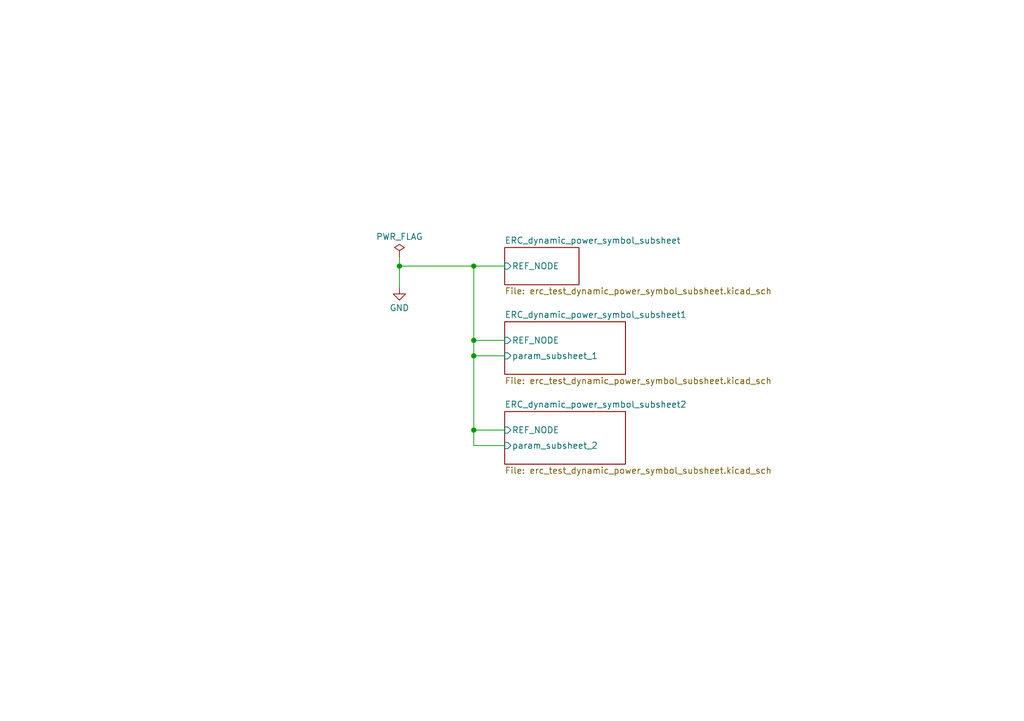
<source format=kicad_sch>
(kicad_sch (version 20230819) (generator eeschema)
  (paper "A5")
  (lib_symbols
    (symbol "PCM_4ms_Power-symbol:PWR_FLAG" (power) (pin_numbers hide) (pin_names (offset 0) hide)
      (property "Value" "PWR_FLAG" (at 0 3.81 0))
      (symbol "PWR_FLAG_0_0"
        (pin power_out line (at 0 0 90) (length 0) (name "pwr") (number "1"))
      )
      (symbol "PWR_FLAG_0_1"
        (polyline (pts (xy 0 0) (xy 0 1.27) (xy -1.016 1.905) (xy 0 2.54) (xy 1.016 1.905) (xy 0 1.27)))
      )
    )
    (symbol "power:GND" (power) (pin_names (offset 0))
      (property "Value" "GND" (at 0 -3.81 0))
      (symbol "GND_0_1"
        (polyline (pts (xy 0 0) (xy 0 -1.27) (xy 1.27 -1.27) (xy 0 -2.54) (xy -1.27 -1.27) (xy 0 -1.27)))
      )
      (symbol "GND_1_1"
        (pin power_in line (at 0 0 270) (length 0) hide (name "GND") (number "1"))
      )
    )
  )
  (junction (at 97.155 73.025))
  (junction (at 97.155 88.265))
  (junction (at 97.155 69.85))
  (junction (at 81.915 54.61))
  (junction (at 97.155 54.61))
  (wire (pts (xy 97.155 54.61) (xy 103.505 54.61)))
  (wire (pts (xy 103.505 88.265) (xy 97.155 88.265)))
  (wire (pts (xy 97.155 73.025) (xy 97.155 69.85)))
  (wire (pts (xy 97.155 73.025) (xy 103.505 73.025)))
  (wire (pts (xy 97.155 69.85) (xy 97.155 54.61)))
  (wire (pts (xy 81.915 54.61) (xy 81.915 59.055)))
  (wire (pts (xy 81.915 54.61) (xy 97.155 54.61)))
  (wire (pts (xy 103.505 69.85) (xy 97.155 69.85)))
  (wire (pts (xy 97.155 88.265) (xy 97.155 73.025)))
  (wire (pts (xy 81.915 52.705) (xy 81.915 54.61)))
  (wire (pts (xy 97.155 88.265) (xy 97.155 91.44)))
  (wire (pts (xy 97.155 91.44) (xy 103.505 91.44)))
  (symbol (lib_id "PCM_4ms_Power-symbol:PWR_FLAG") (at 81.915 52.705 0) (unit 1)
    (property "Reference" "#FLG0101" (effects hide))
    (property "Value" "PWR_FLAG" (at 81.915 48.5719 0))
  )
  (symbol (lib_id "power:GND") (at 81.915 59.055 0) (unit 1)
    (property "Reference" "#PWR0101" (effects hide))
    (property "Value" "GND" (at 81.915 63.1881 0))
    (property "Description" "Power symbol creates a global label with name \"GND\" , ground" (effects hide))
  )
  (sheet (at 103.505 66.04) (size 24.765 10.795) (stroke (width 0.1524))
    (property "Sheetname" "ERC_dynamic_power_symbol_subsheet1" (at 103.505 65.3284 0) (effects (justify left bottom)))
    (property "Sheetfile" "erc_test_dynamic_power_symbol_subsheet.kicad_sch" (at 103.505 77.4196 0) (effects (justify left top)))
    (property "param" "param_subsheet_1" (effects hide))
    (pin "REF_NODE" input (at 103.505 69.85 180))
    (pin "${param}" input (at 103.505 73.025 180))
  )
  (sheet (at 103.505 84.455) (size 24.765 10.795) (stroke (width 0.1524))
    (property "Sheetname" "ERC_dynamic_power_symbol_subsheet2" (at 103.505 83.7434 0) (effects (justify left bottom)))
    (property "Sheetfile" "erc_test_dynamic_power_symbol_subsheet.kicad_sch" (at 103.505 95.8346 0) (effects (justify left top)))
    (property "param" "param_subsheet_2" (effects hide))
    (pin "REF_NODE" input (at 103.505 88.265 180))
    (pin "${param}" input (at 103.505 91.44 180))
  )
  (sheet (at 103.505 50.8) (size 15.24 7.62) (stroke (width 0.1524))
    (property "Sheetname" "ERC_dynamic_power_symbol_subsheet" (at 103.505 50.0884 0) (effects (justify left bottom)))
    (property "Sheetfile" "erc_test_dynamic_power_symbol_subsheet.kicad_sch" (at 103.505 59.0046 0) (effects (justify left top)))
    (property "param" "param_subsheet" (effects hide))
    (pin "REF_NODE" input (at 103.505 54.61 180))
  )
)
</source>
